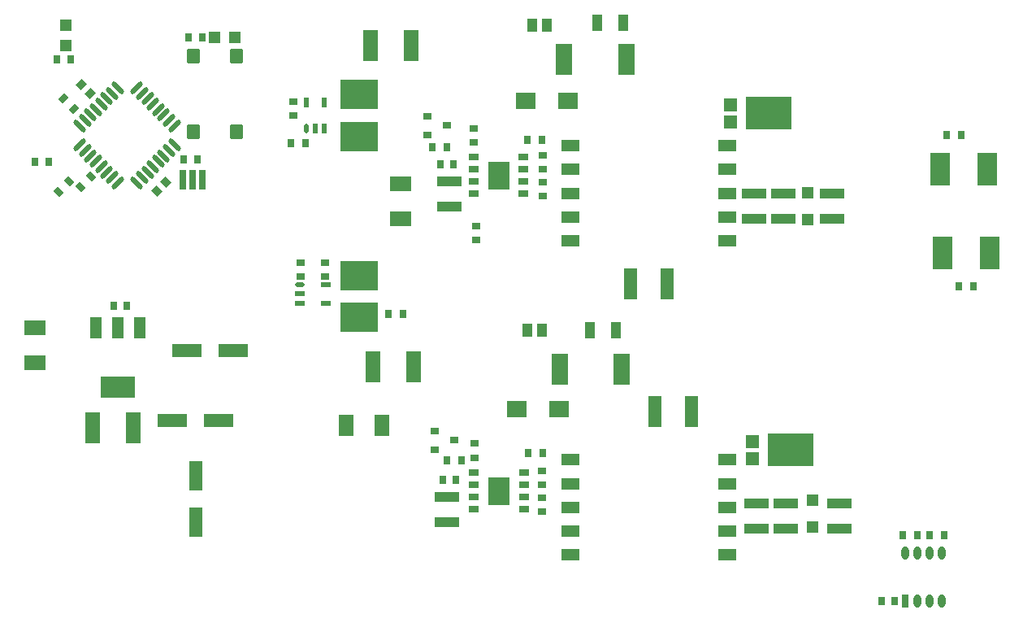
<source format=gtp>
%FSLAX42Y42*%
%MOMM*%
G71*
G01*
G75*
G04 Layer_Color=8421504*
%ADD10R,4.86X3.36*%
%ADD11R,1.40X1.39*%
%ADD12R,1.42X3.02*%
%ADD13R,3.02X1.42*%
%ADD14R,0.70X0.90*%
%ADD15O,0.80X1.40*%
%ADD16R,0.80X1.40*%
%ADD17R,0.80X0.90*%
%ADD18R,2.60X1.10*%
%ADD19R,2.00X3.50*%
%ADD20R,2.18X1.52*%
%ADD21R,1.55X3.30*%
%ADD22R,1.52X2.18*%
%ADD23R,0.90X0.70*%
%ADD24R,0.90X0.80*%
%ADD25R,1.14X0.76*%
%ADD26R,2.26X3.00*%
%ADD27R,1.88X1.17*%
%ADD28R,1.10X1.40*%
%ADD29R,1.10X1.70*%
G04:AMPARAMS|DCode=30|XSize=0.9mm|YSize=0.7mm|CornerRadius=0mm|HoleSize=0mm|Usage=FLASHONLY|Rotation=225.000|XOffset=0mm|YOffset=0mm|HoleType=Round|Shape=Rectangle|*
%AMROTATEDRECTD30*
4,1,4,0.07,0.57,0.57,0.07,-0.07,-0.57,-0.57,-0.07,0.07,0.57,0.0*
%
%ADD30ROTATEDRECTD30*%

%ADD31R,1.80X3.20*%
%ADD32R,1.20X1.20*%
%ADD33R,4.00X3.10*%
G04:AMPARAMS|DCode=34|XSize=0.9mm|YSize=0.8mm|CornerRadius=0mm|HoleSize=0mm|Usage=FLASHONLY|Rotation=135.000|XOffset=0mm|YOffset=0mm|HoleType=Round|Shape=Rectangle|*
%AMROTATEDRECTD34*
4,1,4,0.60,-0.04,0.04,-0.60,-0.60,0.04,-0.04,0.60,0.60,-0.04,0.0*
%
%ADD34ROTATEDRECTD34*%

G04:AMPARAMS|DCode=35|XSize=0.9mm|YSize=0.8mm|CornerRadius=0mm|HoleSize=0mm|Usage=FLASHONLY|Rotation=45.000|XOffset=0mm|YOffset=0mm|HoleType=Round|Shape=Rectangle|*
%AMROTATEDRECTD35*
4,1,4,-0.04,-0.60,-0.60,-0.04,0.04,0.60,0.60,0.04,-0.04,-0.60,0.0*
%
%ADD35ROTATEDRECTD35*%

G04:AMPARAMS|DCode=36|XSize=0.9mm|YSize=0.7mm|CornerRadius=0mm|HoleSize=0mm|Usage=FLASHONLY|Rotation=315.000|XOffset=0mm|YOffset=0mm|HoleType=Round|Shape=Rectangle|*
%AMROTATEDRECTD36*
4,1,4,-0.57,0.07,-0.07,0.57,0.57,-0.07,0.07,-0.57,-0.57,0.07,0.0*
%
%ADD36ROTATEDRECTD36*%

%ADD37R,1.22X1.22*%
%ADD38R,1.40X3.30*%
%ADD39R,2.10X1.80*%
%ADD40O,1.00X0.55*%
%ADD41R,1.00X0.55*%
%ADD42O,0.55X1.00*%
%ADD43R,0.55X1.00*%
G04:AMPARAMS|DCode=44|XSize=1.55mm|YSize=1.3mm|CornerRadius=0.1mm|HoleSize=0mm|Usage=FLASHONLY|Rotation=90.000|XOffset=0mm|YOffset=0mm|HoleType=Round|Shape=RoundedRectangle|*
%AMROUNDEDRECTD44*
21,1,1.55,1.10,0,0,90.0*
21,1,1.35,1.30,0,0,90.0*
1,1,0.20,0.55,0.68*
1,1,0.20,0.55,-0.68*
1,1,0.20,-0.55,-0.68*
1,1,0.20,-0.55,0.68*
%
%ADD44ROUNDEDRECTD44*%
G04:AMPARAMS|DCode=45|XSize=0.55mm|YSize=1.65mm|CornerRadius=0mm|HoleSize=0mm|Usage=FLASHONLY|Rotation=135.000|XOffset=0mm|YOffset=0mm|HoleType=Round|Shape=Round|*
%AMOVALD45*
21,1,1.10,0.55,0.00,0.00,225.0*
1,1,0.55,0.39,0.39*
1,1,0.55,-0.39,-0.39*
%
%ADD45OVALD45*%

G04:AMPARAMS|DCode=46|XSize=0.55mm|YSize=1.65mm|CornerRadius=0mm|HoleSize=0mm|Usage=FLASHONLY|Rotation=225.000|XOffset=0mm|YOffset=0mm|HoleType=Round|Shape=Round|*
%AMOVALD46*
21,1,1.10,0.55,0.00,0.00,315.0*
1,1,0.55,-0.39,0.39*
1,1,0.55,0.39,-0.39*
%
%ADD46OVALD46*%

%ADD47R,1.22X1.22*%
%ADD48R,0.71X2.01*%
%ADD49R,1.22X2.24*%
%ADD50R,3.61X2.21*%
%ADD51C,0.75*%
%ADD52C,0.50*%
%ADD53C,1.00*%
%ADD54C,1.27*%
%ADD55C,0.30*%
%ADD56C,0.64*%
%ADD57C,0.51*%
%ADD58C,0.25*%
%ADD59C,0.70*%
%ADD60R,1.37X1.37*%
%ADD61C,1.37*%
%ADD62C,2.40*%
%ADD63C,3.25*%
%ADD64C,3.00*%
%ADD65O,1.42X2.84*%
%ADD66C,1.78*%
%ADD67C,2.30*%
%ADD68C,1.69*%
%ADD69R,1.69X1.69*%
%ADD70C,4.76*%
G04:AMPARAMS|DCode=71|XSize=1.57mm|YSize=1.57mm|CornerRadius=0mm|HoleSize=0mm|Usage=FLASHONLY|Rotation=0.000|XOffset=0mm|YOffset=0mm|HoleType=Round|Shape=Octagon|*
%AMOCTAGOND71*
4,1,8,0.79,-0.39,0.79,0.39,0.39,0.79,-0.39,0.79,-0.79,0.39,-0.79,-0.39,-0.39,-0.79,0.39,-0.79,0.79,-0.39,0.0*
%
%ADD71OCTAGOND71*%

%ADD72C,1.27*%
%ADD73C,0.80*%
%ADD74C,0.10*%
%ADD75C,0.15*%
%ADD76C,0.20*%
%ADD77C,0.60*%
%ADD78C,0.25*%
%ADD79C,0.13*%
%ADD80C,0.03*%
%ADD81C,0.23*%
%ADD82C,0.20*%
%ADD83C,0.15*%
%ADD84R,1.27X0.64*%
%ADD85R,0.30X0.30*%
%ADD86R,0.15X0.30*%
%ADD87R,0.15X0.30*%
%ADD88R,0.30X0.30*%
%ADD89R,0.30X0.15*%
%ADD90R,0.30X0.15*%
D10*
X10312Y2794D02*
D03*
X10084Y6299D02*
D03*
D11*
X9914Y2886D02*
D03*
Y2702D02*
D03*
X9686Y6391D02*
D03*
Y6207D02*
D03*
D12*
X4115Y2045D02*
D03*
Y2526D02*
D03*
D13*
X3874Y3099D02*
D03*
X4355D02*
D03*
X4026Y3835D02*
D03*
X4507D02*
D03*
D14*
X11482Y1905D02*
D03*
X11632D02*
D03*
X11761D02*
D03*
X11911D02*
D03*
X6273Y4216D02*
D03*
X6123D02*
D03*
X6882Y2692D02*
D03*
X6732D02*
D03*
X5257Y5994D02*
D03*
X5107D02*
D03*
X7570Y6020D02*
D03*
X7720D02*
D03*
X2664Y6858D02*
D03*
X2814D02*
D03*
X4135Y5817D02*
D03*
X3985D02*
D03*
X4036Y7087D02*
D03*
X4186D02*
D03*
X2436Y5791D02*
D03*
X2586D02*
D03*
X12216Y4496D02*
D03*
X12066D02*
D03*
X12089Y6071D02*
D03*
X11939D02*
D03*
X6730Y5944D02*
D03*
X6580D02*
D03*
X7731Y2763D02*
D03*
X7581D02*
D03*
D15*
X11887Y1719D02*
D03*
X11760D02*
D03*
X11633D02*
D03*
X11506D02*
D03*
X11887Y1219D02*
D03*
X11760D02*
D03*
X11633D02*
D03*
D16*
X11506D02*
D03*
D17*
X11258Y1219D02*
D03*
X11398D02*
D03*
X6829Y2481D02*
D03*
X6689D02*
D03*
X6661Y5766D02*
D03*
X6801D02*
D03*
X3257Y4293D02*
D03*
X3397D02*
D03*
D18*
X10744Y5469D02*
D03*
Y5199D02*
D03*
X10820Y2243D02*
D03*
Y1973D02*
D03*
X6734Y2311D02*
D03*
Y2041D02*
D03*
X9931Y5199D02*
D03*
Y5469D02*
D03*
X10236Y5199D02*
D03*
Y5469D02*
D03*
X6756Y5596D02*
D03*
Y5326D02*
D03*
X10262Y1973D02*
D03*
Y2243D02*
D03*
X9957Y1973D02*
D03*
Y2243D02*
D03*
D19*
X12386Y4851D02*
D03*
X11896D02*
D03*
X12361Y5715D02*
D03*
X11871D02*
D03*
D20*
X2438Y4070D02*
D03*
Y3702D02*
D03*
X6248Y5569D02*
D03*
Y5201D02*
D03*
D21*
X3461Y3023D02*
D03*
X3041D02*
D03*
X6357Y7010D02*
D03*
X5937D02*
D03*
X6382Y3658D02*
D03*
X5962D02*
D03*
D22*
X6051Y3048D02*
D03*
X5683D02*
D03*
D23*
X7036Y5130D02*
D03*
Y4980D02*
D03*
X7725Y2581D02*
D03*
Y2431D02*
D03*
Y2302D02*
D03*
Y2152D02*
D03*
X5207Y4749D02*
D03*
Y4599D02*
D03*
X7010Y5996D02*
D03*
Y6146D02*
D03*
X7730Y5437D02*
D03*
Y5587D02*
D03*
Y5716D02*
D03*
Y5866D02*
D03*
X7021Y2864D02*
D03*
Y2714D02*
D03*
D24*
X6729Y6172D02*
D03*
X6529Y6272D02*
D03*
Y6072D02*
D03*
X6806Y2896D02*
D03*
X6606Y2996D02*
D03*
Y2796D02*
D03*
X5461Y4604D02*
D03*
Y4744D02*
D03*
X5131Y6280D02*
D03*
Y6420D02*
D03*
D25*
X7010Y5842D02*
D03*
Y5715D02*
D03*
Y5588D02*
D03*
Y5461D02*
D03*
X7531Y5842D02*
D03*
Y5715D02*
D03*
Y5588D02*
D03*
Y5461D02*
D03*
X7534Y2176D02*
D03*
Y2303D02*
D03*
Y2430D02*
D03*
Y2557D02*
D03*
X7013Y2176D02*
D03*
Y2303D02*
D03*
Y2430D02*
D03*
Y2557D02*
D03*
D26*
X7271Y5651D02*
D03*
X7274Y2366D02*
D03*
D27*
X9652Y2694D02*
D03*
Y2446D02*
D03*
Y2198D02*
D03*
Y1950D02*
D03*
Y1702D02*
D03*
X8016Y2694D02*
D03*
Y2446D02*
D03*
Y2198D02*
D03*
Y1950D02*
D03*
Y1702D02*
D03*
X8020Y4973D02*
D03*
Y5221D02*
D03*
Y5469D02*
D03*
Y5717D02*
D03*
Y5965D02*
D03*
X9656Y4973D02*
D03*
Y5221D02*
D03*
Y5469D02*
D03*
Y5717D02*
D03*
Y5965D02*
D03*
D28*
X7570Y4039D02*
D03*
X7720D02*
D03*
X7771Y7214D02*
D03*
X7621D02*
D03*
D29*
X8568Y7239D02*
D03*
X8298D02*
D03*
X8222Y4039D02*
D03*
X8492D02*
D03*
D30*
X2737Y6454D02*
D03*
X2843Y6348D02*
D03*
D31*
X7955Y6858D02*
D03*
X8605D02*
D03*
X7905Y3632D02*
D03*
X8555D02*
D03*
D32*
X10490Y5474D02*
D03*
Y5194D02*
D03*
X10541Y2274D02*
D03*
Y1994D02*
D03*
D33*
X5817Y4174D02*
D03*
Y4614D02*
D03*
Y6494D02*
D03*
Y6054D02*
D03*
D34*
X3805Y5587D02*
D03*
X3706Y5488D02*
D03*
D35*
X3017Y6504D02*
D03*
X2918Y6603D02*
D03*
D36*
X2686Y5484D02*
D03*
X2792Y5590D02*
D03*
X2915Y5535D02*
D03*
X3021Y5641D02*
D03*
D37*
X2765Y7219D02*
D03*
Y7007D02*
D03*
D38*
X8649Y4521D02*
D03*
X9029D02*
D03*
X8903Y3200D02*
D03*
X9283D02*
D03*
D39*
X7462Y3220D02*
D03*
X7902D02*
D03*
X7552Y6426D02*
D03*
X7992D02*
D03*
D40*
X5199Y4515D02*
D03*
D41*
Y4420D02*
D03*
Y4325D02*
D03*
X5469Y4515D02*
D03*
Y4325D02*
D03*
D42*
X5264Y6139D02*
D03*
D43*
X5359D02*
D03*
X5454D02*
D03*
X5264Y6409D02*
D03*
X5454D02*
D03*
D44*
X4539Y6900D02*
D03*
Y6105D02*
D03*
X4089Y6900D02*
D03*
Y6105D02*
D03*
D45*
X3301Y5576D02*
D03*
X3244Y5632D02*
D03*
X3187Y5689D02*
D03*
X3131Y5745D02*
D03*
X3074Y5802D02*
D03*
X3018Y5858D02*
D03*
X2961Y5915D02*
D03*
X2905Y5972D02*
D03*
X3499Y6566D02*
D03*
X3555Y6509D02*
D03*
X3612Y6452D02*
D03*
X3668Y6396D02*
D03*
X3725Y6339D02*
D03*
X3781Y6283D02*
D03*
X3838Y6226D02*
D03*
X3895Y6170D02*
D03*
D46*
X2905D02*
D03*
X2961Y6226D02*
D03*
X3018Y6283D02*
D03*
X3074Y6339D02*
D03*
X3131Y6396D02*
D03*
X3187Y6452D02*
D03*
X3244Y6509D02*
D03*
X3301Y6566D02*
D03*
X3895Y5972D02*
D03*
X3838Y5915D02*
D03*
X3781Y5858D02*
D03*
X3725Y5802D02*
D03*
X3668Y5745D02*
D03*
X3612Y5689D02*
D03*
X3555Y5632D02*
D03*
X3499Y5576D02*
D03*
D47*
X4522Y7087D02*
D03*
X4311D02*
D03*
D48*
X4185Y5613D02*
D03*
X4085D02*
D03*
X3984Y5613D02*
D03*
D49*
X3533Y4069D02*
D03*
X3302D02*
D03*
X3071D02*
D03*
D50*
X3302Y3447D02*
D03*
M02*

</source>
